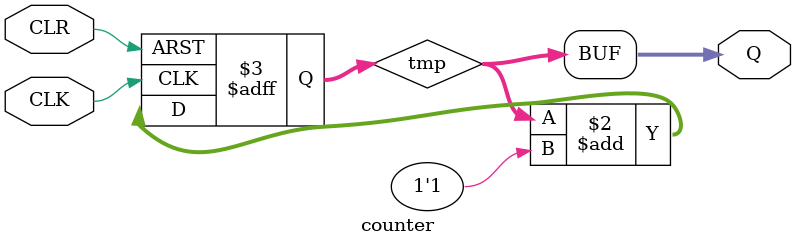
<source format=v>
module counter (CLK, CLR, Q);

  input CLK, CLR;
  output [3:0] Q;
  wire [3:0] Q;
  reg [3:0] tmp;

  always @(posedge CLK or posedge CLR)
    begin
      if (CLR)
        tmp <= 4'b0000;
      else
        tmp <= tmp + 1'b1;
    end
  assign Q = tmp;
endmodule

</source>
